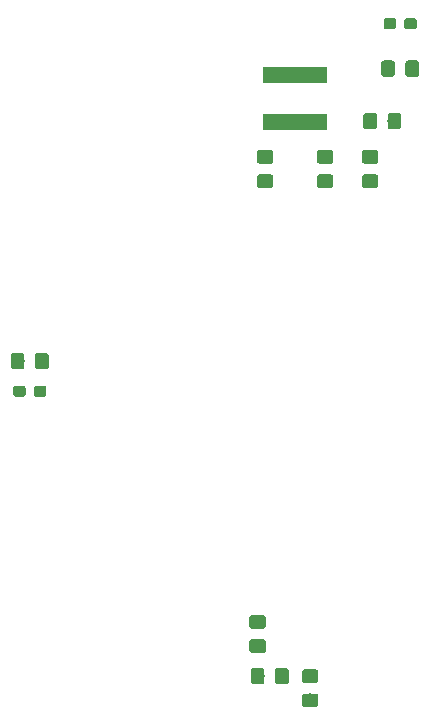
<source format=gbr>
G04 #@! TF.GenerationSoftware,KiCad,Pcbnew,(5.1.0-0)*
G04 #@! TF.CreationDate,2019-04-24T02:20:35-07:00*
G04 #@! TF.ProjectId,power board,706f7765-7220-4626-9f61-72642e6b6963,rev?*
G04 #@! TF.SameCoordinates,Original*
G04 #@! TF.FileFunction,Paste,Top*
G04 #@! TF.FilePolarity,Positive*
%FSLAX46Y46*%
G04 Gerber Fmt 4.6, Leading zero omitted, Abs format (unit mm)*
G04 Created by KiCad (PCBNEW (5.1.0-0)) date 2019-04-24 02:20:35*
%MOMM*%
%LPD*%
G04 APERTURE LIST*
%ADD10R,5.500000X1.430000*%
%ADD11C,0.100000*%
%ADD12C,1.150000*%
%ADD13C,0.950000*%
G04 APERTURE END LIST*
D10*
X57150000Y-51955000D03*
X57150000Y-55995000D03*
D11*
G36*
X67414505Y-50736204D02*
G01*
X67438773Y-50739804D01*
X67462572Y-50745765D01*
X67485671Y-50754030D01*
X67507850Y-50764520D01*
X67528893Y-50777132D01*
X67548599Y-50791747D01*
X67566777Y-50808223D01*
X67583253Y-50826401D01*
X67597868Y-50846107D01*
X67610480Y-50867150D01*
X67620970Y-50889329D01*
X67629235Y-50912428D01*
X67635196Y-50936227D01*
X67638796Y-50960495D01*
X67640000Y-50984999D01*
X67640000Y-51885001D01*
X67638796Y-51909505D01*
X67635196Y-51933773D01*
X67629235Y-51957572D01*
X67620970Y-51980671D01*
X67610480Y-52002850D01*
X67597868Y-52023893D01*
X67583253Y-52043599D01*
X67566777Y-52061777D01*
X67548599Y-52078253D01*
X67528893Y-52092868D01*
X67507850Y-52105480D01*
X67485671Y-52115970D01*
X67462572Y-52124235D01*
X67438773Y-52130196D01*
X67414505Y-52133796D01*
X67390001Y-52135000D01*
X66739999Y-52135000D01*
X66715495Y-52133796D01*
X66691227Y-52130196D01*
X66667428Y-52124235D01*
X66644329Y-52115970D01*
X66622150Y-52105480D01*
X66601107Y-52092868D01*
X66581401Y-52078253D01*
X66563223Y-52061777D01*
X66546747Y-52043599D01*
X66532132Y-52023893D01*
X66519520Y-52002850D01*
X66509030Y-51980671D01*
X66500765Y-51957572D01*
X66494804Y-51933773D01*
X66491204Y-51909505D01*
X66490000Y-51885001D01*
X66490000Y-50984999D01*
X66491204Y-50960495D01*
X66494804Y-50936227D01*
X66500765Y-50912428D01*
X66509030Y-50889329D01*
X66519520Y-50867150D01*
X66532132Y-50846107D01*
X66546747Y-50826401D01*
X66563223Y-50808223D01*
X66581401Y-50791747D01*
X66601107Y-50777132D01*
X66622150Y-50764520D01*
X66644329Y-50754030D01*
X66667428Y-50745765D01*
X66691227Y-50739804D01*
X66715495Y-50736204D01*
X66739999Y-50735000D01*
X67390001Y-50735000D01*
X67414505Y-50736204D01*
X67414505Y-50736204D01*
G37*
D12*
X67065000Y-51435000D03*
D11*
G36*
X65364505Y-50736204D02*
G01*
X65388773Y-50739804D01*
X65412572Y-50745765D01*
X65435671Y-50754030D01*
X65457850Y-50764520D01*
X65478893Y-50777132D01*
X65498599Y-50791747D01*
X65516777Y-50808223D01*
X65533253Y-50826401D01*
X65547868Y-50846107D01*
X65560480Y-50867150D01*
X65570970Y-50889329D01*
X65579235Y-50912428D01*
X65585196Y-50936227D01*
X65588796Y-50960495D01*
X65590000Y-50984999D01*
X65590000Y-51885001D01*
X65588796Y-51909505D01*
X65585196Y-51933773D01*
X65579235Y-51957572D01*
X65570970Y-51980671D01*
X65560480Y-52002850D01*
X65547868Y-52023893D01*
X65533253Y-52043599D01*
X65516777Y-52061777D01*
X65498599Y-52078253D01*
X65478893Y-52092868D01*
X65457850Y-52105480D01*
X65435671Y-52115970D01*
X65412572Y-52124235D01*
X65388773Y-52130196D01*
X65364505Y-52133796D01*
X65340001Y-52135000D01*
X64689999Y-52135000D01*
X64665495Y-52133796D01*
X64641227Y-52130196D01*
X64617428Y-52124235D01*
X64594329Y-52115970D01*
X64572150Y-52105480D01*
X64551107Y-52092868D01*
X64531401Y-52078253D01*
X64513223Y-52061777D01*
X64496747Y-52043599D01*
X64482132Y-52023893D01*
X64469520Y-52002850D01*
X64459030Y-51980671D01*
X64450765Y-51957572D01*
X64444804Y-51933773D01*
X64441204Y-51909505D01*
X64440000Y-51885001D01*
X64440000Y-50984999D01*
X64441204Y-50960495D01*
X64444804Y-50936227D01*
X64450765Y-50912428D01*
X64459030Y-50889329D01*
X64469520Y-50867150D01*
X64482132Y-50846107D01*
X64496747Y-50826401D01*
X64513223Y-50808223D01*
X64531401Y-50791747D01*
X64551107Y-50777132D01*
X64572150Y-50764520D01*
X64594329Y-50754030D01*
X64617428Y-50745765D01*
X64641227Y-50739804D01*
X64665495Y-50736204D01*
X64689999Y-50735000D01*
X65340001Y-50735000D01*
X65364505Y-50736204D01*
X65364505Y-50736204D01*
G37*
D12*
X65015000Y-51435000D03*
D11*
G36*
X65475779Y-47151144D02*
G01*
X65498834Y-47154563D01*
X65521443Y-47160227D01*
X65543387Y-47168079D01*
X65564457Y-47178044D01*
X65584448Y-47190026D01*
X65603168Y-47203910D01*
X65620438Y-47219562D01*
X65636090Y-47236832D01*
X65649974Y-47255552D01*
X65661956Y-47275543D01*
X65671921Y-47296613D01*
X65679773Y-47318557D01*
X65685437Y-47341166D01*
X65688856Y-47364221D01*
X65690000Y-47387500D01*
X65690000Y-47862500D01*
X65688856Y-47885779D01*
X65685437Y-47908834D01*
X65679773Y-47931443D01*
X65671921Y-47953387D01*
X65661956Y-47974457D01*
X65649974Y-47994448D01*
X65636090Y-48013168D01*
X65620438Y-48030438D01*
X65603168Y-48046090D01*
X65584448Y-48059974D01*
X65564457Y-48071956D01*
X65543387Y-48081921D01*
X65521443Y-48089773D01*
X65498834Y-48095437D01*
X65475779Y-48098856D01*
X65452500Y-48100000D01*
X64877500Y-48100000D01*
X64854221Y-48098856D01*
X64831166Y-48095437D01*
X64808557Y-48089773D01*
X64786613Y-48081921D01*
X64765543Y-48071956D01*
X64745552Y-48059974D01*
X64726832Y-48046090D01*
X64709562Y-48030438D01*
X64693910Y-48013168D01*
X64680026Y-47994448D01*
X64668044Y-47974457D01*
X64658079Y-47953387D01*
X64650227Y-47931443D01*
X64644563Y-47908834D01*
X64641144Y-47885779D01*
X64640000Y-47862500D01*
X64640000Y-47387500D01*
X64641144Y-47364221D01*
X64644563Y-47341166D01*
X64650227Y-47318557D01*
X64658079Y-47296613D01*
X64668044Y-47275543D01*
X64680026Y-47255552D01*
X64693910Y-47236832D01*
X64709562Y-47219562D01*
X64726832Y-47203910D01*
X64745552Y-47190026D01*
X64765543Y-47178044D01*
X64786613Y-47168079D01*
X64808557Y-47160227D01*
X64831166Y-47154563D01*
X64854221Y-47151144D01*
X64877500Y-47150000D01*
X65452500Y-47150000D01*
X65475779Y-47151144D01*
X65475779Y-47151144D01*
G37*
D13*
X65165000Y-47625000D03*
D11*
G36*
X67225779Y-47151144D02*
G01*
X67248834Y-47154563D01*
X67271443Y-47160227D01*
X67293387Y-47168079D01*
X67314457Y-47178044D01*
X67334448Y-47190026D01*
X67353168Y-47203910D01*
X67370438Y-47219562D01*
X67386090Y-47236832D01*
X67399974Y-47255552D01*
X67411956Y-47275543D01*
X67421921Y-47296613D01*
X67429773Y-47318557D01*
X67435437Y-47341166D01*
X67438856Y-47364221D01*
X67440000Y-47387500D01*
X67440000Y-47862500D01*
X67438856Y-47885779D01*
X67435437Y-47908834D01*
X67429773Y-47931443D01*
X67421921Y-47953387D01*
X67411956Y-47974457D01*
X67399974Y-47994448D01*
X67386090Y-48013168D01*
X67370438Y-48030438D01*
X67353168Y-48046090D01*
X67334448Y-48059974D01*
X67314457Y-48071956D01*
X67293387Y-48081921D01*
X67271443Y-48089773D01*
X67248834Y-48095437D01*
X67225779Y-48098856D01*
X67202500Y-48100000D01*
X66627500Y-48100000D01*
X66604221Y-48098856D01*
X66581166Y-48095437D01*
X66558557Y-48089773D01*
X66536613Y-48081921D01*
X66515543Y-48071956D01*
X66495552Y-48059974D01*
X66476832Y-48046090D01*
X66459562Y-48030438D01*
X66443910Y-48013168D01*
X66430026Y-47994448D01*
X66418044Y-47974457D01*
X66408079Y-47953387D01*
X66400227Y-47931443D01*
X66394563Y-47908834D01*
X66391144Y-47885779D01*
X66390000Y-47862500D01*
X66390000Y-47387500D01*
X66391144Y-47364221D01*
X66394563Y-47341166D01*
X66400227Y-47318557D01*
X66408079Y-47296613D01*
X66418044Y-47275543D01*
X66430026Y-47255552D01*
X66443910Y-47236832D01*
X66459562Y-47219562D01*
X66476832Y-47203910D01*
X66495552Y-47190026D01*
X66515543Y-47178044D01*
X66536613Y-47168079D01*
X66558557Y-47160227D01*
X66581166Y-47154563D01*
X66604221Y-47151144D01*
X66627500Y-47150000D01*
X67202500Y-47150000D01*
X67225779Y-47151144D01*
X67225779Y-47151144D01*
G37*
D13*
X66915000Y-47625000D03*
D11*
G36*
X63974505Y-60386204D02*
G01*
X63998773Y-60389804D01*
X64022572Y-60395765D01*
X64045671Y-60404030D01*
X64067850Y-60414520D01*
X64088893Y-60427132D01*
X64108599Y-60441747D01*
X64126777Y-60458223D01*
X64143253Y-60476401D01*
X64157868Y-60496107D01*
X64170480Y-60517150D01*
X64180970Y-60539329D01*
X64189235Y-60562428D01*
X64195196Y-60586227D01*
X64198796Y-60610495D01*
X64200000Y-60634999D01*
X64200000Y-61285001D01*
X64198796Y-61309505D01*
X64195196Y-61333773D01*
X64189235Y-61357572D01*
X64180970Y-61380671D01*
X64170480Y-61402850D01*
X64157868Y-61423893D01*
X64143253Y-61443599D01*
X64126777Y-61461777D01*
X64108599Y-61478253D01*
X64088893Y-61492868D01*
X64067850Y-61505480D01*
X64045671Y-61515970D01*
X64022572Y-61524235D01*
X63998773Y-61530196D01*
X63974505Y-61533796D01*
X63950001Y-61535000D01*
X63049999Y-61535000D01*
X63025495Y-61533796D01*
X63001227Y-61530196D01*
X62977428Y-61524235D01*
X62954329Y-61515970D01*
X62932150Y-61505480D01*
X62911107Y-61492868D01*
X62891401Y-61478253D01*
X62873223Y-61461777D01*
X62856747Y-61443599D01*
X62842132Y-61423893D01*
X62829520Y-61402850D01*
X62819030Y-61380671D01*
X62810765Y-61357572D01*
X62804804Y-61333773D01*
X62801204Y-61309505D01*
X62800000Y-61285001D01*
X62800000Y-60634999D01*
X62801204Y-60610495D01*
X62804804Y-60586227D01*
X62810765Y-60562428D01*
X62819030Y-60539329D01*
X62829520Y-60517150D01*
X62842132Y-60496107D01*
X62856747Y-60476401D01*
X62873223Y-60458223D01*
X62891401Y-60441747D01*
X62911107Y-60427132D01*
X62932150Y-60414520D01*
X62954329Y-60404030D01*
X62977428Y-60395765D01*
X63001227Y-60389804D01*
X63025495Y-60386204D01*
X63049999Y-60385000D01*
X63950001Y-60385000D01*
X63974505Y-60386204D01*
X63974505Y-60386204D01*
G37*
D12*
X63500000Y-60960000D03*
D11*
G36*
X63974505Y-58336204D02*
G01*
X63998773Y-58339804D01*
X64022572Y-58345765D01*
X64045671Y-58354030D01*
X64067850Y-58364520D01*
X64088893Y-58377132D01*
X64108599Y-58391747D01*
X64126777Y-58408223D01*
X64143253Y-58426401D01*
X64157868Y-58446107D01*
X64170480Y-58467150D01*
X64180970Y-58489329D01*
X64189235Y-58512428D01*
X64195196Y-58536227D01*
X64198796Y-58560495D01*
X64200000Y-58584999D01*
X64200000Y-59235001D01*
X64198796Y-59259505D01*
X64195196Y-59283773D01*
X64189235Y-59307572D01*
X64180970Y-59330671D01*
X64170480Y-59352850D01*
X64157868Y-59373893D01*
X64143253Y-59393599D01*
X64126777Y-59411777D01*
X64108599Y-59428253D01*
X64088893Y-59442868D01*
X64067850Y-59455480D01*
X64045671Y-59465970D01*
X64022572Y-59474235D01*
X63998773Y-59480196D01*
X63974505Y-59483796D01*
X63950001Y-59485000D01*
X63049999Y-59485000D01*
X63025495Y-59483796D01*
X63001227Y-59480196D01*
X62977428Y-59474235D01*
X62954329Y-59465970D01*
X62932150Y-59455480D01*
X62911107Y-59442868D01*
X62891401Y-59428253D01*
X62873223Y-59411777D01*
X62856747Y-59393599D01*
X62842132Y-59373893D01*
X62829520Y-59352850D01*
X62819030Y-59330671D01*
X62810765Y-59307572D01*
X62804804Y-59283773D01*
X62801204Y-59259505D01*
X62800000Y-59235001D01*
X62800000Y-58584999D01*
X62801204Y-58560495D01*
X62804804Y-58536227D01*
X62810765Y-58512428D01*
X62819030Y-58489329D01*
X62829520Y-58467150D01*
X62842132Y-58446107D01*
X62856747Y-58426401D01*
X62873223Y-58408223D01*
X62891401Y-58391747D01*
X62911107Y-58377132D01*
X62932150Y-58364520D01*
X62954329Y-58354030D01*
X62977428Y-58345765D01*
X63001227Y-58339804D01*
X63025495Y-58336204D01*
X63049999Y-58335000D01*
X63950001Y-58335000D01*
X63974505Y-58336204D01*
X63974505Y-58336204D01*
G37*
D12*
X63500000Y-58910000D03*
D11*
G36*
X65899505Y-55181204D02*
G01*
X65923773Y-55184804D01*
X65947572Y-55190765D01*
X65970671Y-55199030D01*
X65992850Y-55209520D01*
X66013893Y-55222132D01*
X66033599Y-55236747D01*
X66051777Y-55253223D01*
X66068253Y-55271401D01*
X66082868Y-55291107D01*
X66095480Y-55312150D01*
X66105970Y-55334329D01*
X66114235Y-55357428D01*
X66120196Y-55381227D01*
X66123796Y-55405495D01*
X66125000Y-55429999D01*
X66125000Y-56330001D01*
X66123796Y-56354505D01*
X66120196Y-56378773D01*
X66114235Y-56402572D01*
X66105970Y-56425671D01*
X66095480Y-56447850D01*
X66082868Y-56468893D01*
X66068253Y-56488599D01*
X66051777Y-56506777D01*
X66033599Y-56523253D01*
X66013893Y-56537868D01*
X65992850Y-56550480D01*
X65970671Y-56560970D01*
X65947572Y-56569235D01*
X65923773Y-56575196D01*
X65899505Y-56578796D01*
X65875001Y-56580000D01*
X65224999Y-56580000D01*
X65200495Y-56578796D01*
X65176227Y-56575196D01*
X65152428Y-56569235D01*
X65129329Y-56560970D01*
X65107150Y-56550480D01*
X65086107Y-56537868D01*
X65066401Y-56523253D01*
X65048223Y-56506777D01*
X65031747Y-56488599D01*
X65017132Y-56468893D01*
X65004520Y-56447850D01*
X64994030Y-56425671D01*
X64985765Y-56402572D01*
X64979804Y-56378773D01*
X64976204Y-56354505D01*
X64975000Y-56330001D01*
X64975000Y-55429999D01*
X64976204Y-55405495D01*
X64979804Y-55381227D01*
X64985765Y-55357428D01*
X64994030Y-55334329D01*
X65004520Y-55312150D01*
X65017132Y-55291107D01*
X65031747Y-55271401D01*
X65048223Y-55253223D01*
X65066401Y-55236747D01*
X65086107Y-55222132D01*
X65107150Y-55209520D01*
X65129329Y-55199030D01*
X65152428Y-55190765D01*
X65176227Y-55184804D01*
X65200495Y-55181204D01*
X65224999Y-55180000D01*
X65875001Y-55180000D01*
X65899505Y-55181204D01*
X65899505Y-55181204D01*
G37*
D12*
X65550000Y-55880000D03*
D11*
G36*
X63849505Y-55181204D02*
G01*
X63873773Y-55184804D01*
X63897572Y-55190765D01*
X63920671Y-55199030D01*
X63942850Y-55209520D01*
X63963893Y-55222132D01*
X63983599Y-55236747D01*
X64001777Y-55253223D01*
X64018253Y-55271401D01*
X64032868Y-55291107D01*
X64045480Y-55312150D01*
X64055970Y-55334329D01*
X64064235Y-55357428D01*
X64070196Y-55381227D01*
X64073796Y-55405495D01*
X64075000Y-55429999D01*
X64075000Y-56330001D01*
X64073796Y-56354505D01*
X64070196Y-56378773D01*
X64064235Y-56402572D01*
X64055970Y-56425671D01*
X64045480Y-56447850D01*
X64032868Y-56468893D01*
X64018253Y-56488599D01*
X64001777Y-56506777D01*
X63983599Y-56523253D01*
X63963893Y-56537868D01*
X63942850Y-56550480D01*
X63920671Y-56560970D01*
X63897572Y-56569235D01*
X63873773Y-56575196D01*
X63849505Y-56578796D01*
X63825001Y-56580000D01*
X63174999Y-56580000D01*
X63150495Y-56578796D01*
X63126227Y-56575196D01*
X63102428Y-56569235D01*
X63079329Y-56560970D01*
X63057150Y-56550480D01*
X63036107Y-56537868D01*
X63016401Y-56523253D01*
X62998223Y-56506777D01*
X62981747Y-56488599D01*
X62967132Y-56468893D01*
X62954520Y-56447850D01*
X62944030Y-56425671D01*
X62935765Y-56402572D01*
X62929804Y-56378773D01*
X62926204Y-56354505D01*
X62925000Y-56330001D01*
X62925000Y-55429999D01*
X62926204Y-55405495D01*
X62929804Y-55381227D01*
X62935765Y-55357428D01*
X62944030Y-55334329D01*
X62954520Y-55312150D01*
X62967132Y-55291107D01*
X62981747Y-55271401D01*
X62998223Y-55253223D01*
X63016401Y-55236747D01*
X63036107Y-55222132D01*
X63057150Y-55209520D01*
X63079329Y-55199030D01*
X63102428Y-55190765D01*
X63126227Y-55184804D01*
X63150495Y-55181204D01*
X63174999Y-55180000D01*
X63825001Y-55180000D01*
X63849505Y-55181204D01*
X63849505Y-55181204D01*
G37*
D12*
X63500000Y-55880000D03*
D11*
G36*
X35870779Y-78266144D02*
G01*
X35893834Y-78269563D01*
X35916443Y-78275227D01*
X35938387Y-78283079D01*
X35959457Y-78293044D01*
X35979448Y-78305026D01*
X35998168Y-78318910D01*
X36015438Y-78334562D01*
X36031090Y-78351832D01*
X36044974Y-78370552D01*
X36056956Y-78390543D01*
X36066921Y-78411613D01*
X36074773Y-78433557D01*
X36080437Y-78456166D01*
X36083856Y-78479221D01*
X36085000Y-78502500D01*
X36085000Y-78977500D01*
X36083856Y-79000779D01*
X36080437Y-79023834D01*
X36074773Y-79046443D01*
X36066921Y-79068387D01*
X36056956Y-79089457D01*
X36044974Y-79109448D01*
X36031090Y-79128168D01*
X36015438Y-79145438D01*
X35998168Y-79161090D01*
X35979448Y-79174974D01*
X35959457Y-79186956D01*
X35938387Y-79196921D01*
X35916443Y-79204773D01*
X35893834Y-79210437D01*
X35870779Y-79213856D01*
X35847500Y-79215000D01*
X35272500Y-79215000D01*
X35249221Y-79213856D01*
X35226166Y-79210437D01*
X35203557Y-79204773D01*
X35181613Y-79196921D01*
X35160543Y-79186956D01*
X35140552Y-79174974D01*
X35121832Y-79161090D01*
X35104562Y-79145438D01*
X35088910Y-79128168D01*
X35075026Y-79109448D01*
X35063044Y-79089457D01*
X35053079Y-79068387D01*
X35045227Y-79046443D01*
X35039563Y-79023834D01*
X35036144Y-79000779D01*
X35035000Y-78977500D01*
X35035000Y-78502500D01*
X35036144Y-78479221D01*
X35039563Y-78456166D01*
X35045227Y-78433557D01*
X35053079Y-78411613D01*
X35063044Y-78390543D01*
X35075026Y-78370552D01*
X35088910Y-78351832D01*
X35104562Y-78334562D01*
X35121832Y-78318910D01*
X35140552Y-78305026D01*
X35160543Y-78293044D01*
X35181613Y-78283079D01*
X35203557Y-78275227D01*
X35226166Y-78269563D01*
X35249221Y-78266144D01*
X35272500Y-78265000D01*
X35847500Y-78265000D01*
X35870779Y-78266144D01*
X35870779Y-78266144D01*
G37*
D13*
X35560000Y-78740000D03*
D11*
G36*
X34120779Y-78266144D02*
G01*
X34143834Y-78269563D01*
X34166443Y-78275227D01*
X34188387Y-78283079D01*
X34209457Y-78293044D01*
X34229448Y-78305026D01*
X34248168Y-78318910D01*
X34265438Y-78334562D01*
X34281090Y-78351832D01*
X34294974Y-78370552D01*
X34306956Y-78390543D01*
X34316921Y-78411613D01*
X34324773Y-78433557D01*
X34330437Y-78456166D01*
X34333856Y-78479221D01*
X34335000Y-78502500D01*
X34335000Y-78977500D01*
X34333856Y-79000779D01*
X34330437Y-79023834D01*
X34324773Y-79046443D01*
X34316921Y-79068387D01*
X34306956Y-79089457D01*
X34294974Y-79109448D01*
X34281090Y-79128168D01*
X34265438Y-79145438D01*
X34248168Y-79161090D01*
X34229448Y-79174974D01*
X34209457Y-79186956D01*
X34188387Y-79196921D01*
X34166443Y-79204773D01*
X34143834Y-79210437D01*
X34120779Y-79213856D01*
X34097500Y-79215000D01*
X33522500Y-79215000D01*
X33499221Y-79213856D01*
X33476166Y-79210437D01*
X33453557Y-79204773D01*
X33431613Y-79196921D01*
X33410543Y-79186956D01*
X33390552Y-79174974D01*
X33371832Y-79161090D01*
X33354562Y-79145438D01*
X33338910Y-79128168D01*
X33325026Y-79109448D01*
X33313044Y-79089457D01*
X33303079Y-79068387D01*
X33295227Y-79046443D01*
X33289563Y-79023834D01*
X33286144Y-79000779D01*
X33285000Y-78977500D01*
X33285000Y-78502500D01*
X33286144Y-78479221D01*
X33289563Y-78456166D01*
X33295227Y-78433557D01*
X33303079Y-78411613D01*
X33313044Y-78390543D01*
X33325026Y-78370552D01*
X33338910Y-78351832D01*
X33354562Y-78334562D01*
X33371832Y-78318910D01*
X33390552Y-78305026D01*
X33410543Y-78293044D01*
X33431613Y-78283079D01*
X33453557Y-78275227D01*
X33476166Y-78269563D01*
X33499221Y-78266144D01*
X33522500Y-78265000D01*
X34097500Y-78265000D01*
X34120779Y-78266144D01*
X34120779Y-78266144D01*
G37*
D13*
X33810000Y-78740000D03*
D11*
G36*
X36054505Y-75501204D02*
G01*
X36078773Y-75504804D01*
X36102572Y-75510765D01*
X36125671Y-75519030D01*
X36147850Y-75529520D01*
X36168893Y-75542132D01*
X36188599Y-75556747D01*
X36206777Y-75573223D01*
X36223253Y-75591401D01*
X36237868Y-75611107D01*
X36250480Y-75632150D01*
X36260970Y-75654329D01*
X36269235Y-75677428D01*
X36275196Y-75701227D01*
X36278796Y-75725495D01*
X36280000Y-75749999D01*
X36280000Y-76650001D01*
X36278796Y-76674505D01*
X36275196Y-76698773D01*
X36269235Y-76722572D01*
X36260970Y-76745671D01*
X36250480Y-76767850D01*
X36237868Y-76788893D01*
X36223253Y-76808599D01*
X36206777Y-76826777D01*
X36188599Y-76843253D01*
X36168893Y-76857868D01*
X36147850Y-76870480D01*
X36125671Y-76880970D01*
X36102572Y-76889235D01*
X36078773Y-76895196D01*
X36054505Y-76898796D01*
X36030001Y-76900000D01*
X35379999Y-76900000D01*
X35355495Y-76898796D01*
X35331227Y-76895196D01*
X35307428Y-76889235D01*
X35284329Y-76880970D01*
X35262150Y-76870480D01*
X35241107Y-76857868D01*
X35221401Y-76843253D01*
X35203223Y-76826777D01*
X35186747Y-76808599D01*
X35172132Y-76788893D01*
X35159520Y-76767850D01*
X35149030Y-76745671D01*
X35140765Y-76722572D01*
X35134804Y-76698773D01*
X35131204Y-76674505D01*
X35130000Y-76650001D01*
X35130000Y-75749999D01*
X35131204Y-75725495D01*
X35134804Y-75701227D01*
X35140765Y-75677428D01*
X35149030Y-75654329D01*
X35159520Y-75632150D01*
X35172132Y-75611107D01*
X35186747Y-75591401D01*
X35203223Y-75573223D01*
X35221401Y-75556747D01*
X35241107Y-75542132D01*
X35262150Y-75529520D01*
X35284329Y-75519030D01*
X35307428Y-75510765D01*
X35331227Y-75504804D01*
X35355495Y-75501204D01*
X35379999Y-75500000D01*
X36030001Y-75500000D01*
X36054505Y-75501204D01*
X36054505Y-75501204D01*
G37*
D12*
X35705000Y-76200000D03*
D11*
G36*
X34004505Y-75501204D02*
G01*
X34028773Y-75504804D01*
X34052572Y-75510765D01*
X34075671Y-75519030D01*
X34097850Y-75529520D01*
X34118893Y-75542132D01*
X34138599Y-75556747D01*
X34156777Y-75573223D01*
X34173253Y-75591401D01*
X34187868Y-75611107D01*
X34200480Y-75632150D01*
X34210970Y-75654329D01*
X34219235Y-75677428D01*
X34225196Y-75701227D01*
X34228796Y-75725495D01*
X34230000Y-75749999D01*
X34230000Y-76650001D01*
X34228796Y-76674505D01*
X34225196Y-76698773D01*
X34219235Y-76722572D01*
X34210970Y-76745671D01*
X34200480Y-76767850D01*
X34187868Y-76788893D01*
X34173253Y-76808599D01*
X34156777Y-76826777D01*
X34138599Y-76843253D01*
X34118893Y-76857868D01*
X34097850Y-76870480D01*
X34075671Y-76880970D01*
X34052572Y-76889235D01*
X34028773Y-76895196D01*
X34004505Y-76898796D01*
X33980001Y-76900000D01*
X33329999Y-76900000D01*
X33305495Y-76898796D01*
X33281227Y-76895196D01*
X33257428Y-76889235D01*
X33234329Y-76880970D01*
X33212150Y-76870480D01*
X33191107Y-76857868D01*
X33171401Y-76843253D01*
X33153223Y-76826777D01*
X33136747Y-76808599D01*
X33122132Y-76788893D01*
X33109520Y-76767850D01*
X33099030Y-76745671D01*
X33090765Y-76722572D01*
X33084804Y-76698773D01*
X33081204Y-76674505D01*
X33080000Y-76650001D01*
X33080000Y-75749999D01*
X33081204Y-75725495D01*
X33084804Y-75701227D01*
X33090765Y-75677428D01*
X33099030Y-75654329D01*
X33109520Y-75632150D01*
X33122132Y-75611107D01*
X33136747Y-75591401D01*
X33153223Y-75573223D01*
X33171401Y-75556747D01*
X33191107Y-75542132D01*
X33212150Y-75529520D01*
X33234329Y-75519030D01*
X33257428Y-75510765D01*
X33281227Y-75504804D01*
X33305495Y-75501204D01*
X33329999Y-75500000D01*
X33980001Y-75500000D01*
X34004505Y-75501204D01*
X34004505Y-75501204D01*
G37*
D12*
X33655000Y-76200000D03*
D11*
G36*
X60164505Y-58336204D02*
G01*
X60188773Y-58339804D01*
X60212572Y-58345765D01*
X60235671Y-58354030D01*
X60257850Y-58364520D01*
X60278893Y-58377132D01*
X60298599Y-58391747D01*
X60316777Y-58408223D01*
X60333253Y-58426401D01*
X60347868Y-58446107D01*
X60360480Y-58467150D01*
X60370970Y-58489329D01*
X60379235Y-58512428D01*
X60385196Y-58536227D01*
X60388796Y-58560495D01*
X60390000Y-58584999D01*
X60390000Y-59235001D01*
X60388796Y-59259505D01*
X60385196Y-59283773D01*
X60379235Y-59307572D01*
X60370970Y-59330671D01*
X60360480Y-59352850D01*
X60347868Y-59373893D01*
X60333253Y-59393599D01*
X60316777Y-59411777D01*
X60298599Y-59428253D01*
X60278893Y-59442868D01*
X60257850Y-59455480D01*
X60235671Y-59465970D01*
X60212572Y-59474235D01*
X60188773Y-59480196D01*
X60164505Y-59483796D01*
X60140001Y-59485000D01*
X59239999Y-59485000D01*
X59215495Y-59483796D01*
X59191227Y-59480196D01*
X59167428Y-59474235D01*
X59144329Y-59465970D01*
X59122150Y-59455480D01*
X59101107Y-59442868D01*
X59081401Y-59428253D01*
X59063223Y-59411777D01*
X59046747Y-59393599D01*
X59032132Y-59373893D01*
X59019520Y-59352850D01*
X59009030Y-59330671D01*
X59000765Y-59307572D01*
X58994804Y-59283773D01*
X58991204Y-59259505D01*
X58990000Y-59235001D01*
X58990000Y-58584999D01*
X58991204Y-58560495D01*
X58994804Y-58536227D01*
X59000765Y-58512428D01*
X59009030Y-58489329D01*
X59019520Y-58467150D01*
X59032132Y-58446107D01*
X59046747Y-58426401D01*
X59063223Y-58408223D01*
X59081401Y-58391747D01*
X59101107Y-58377132D01*
X59122150Y-58364520D01*
X59144329Y-58354030D01*
X59167428Y-58345765D01*
X59191227Y-58339804D01*
X59215495Y-58336204D01*
X59239999Y-58335000D01*
X60140001Y-58335000D01*
X60164505Y-58336204D01*
X60164505Y-58336204D01*
G37*
D12*
X59690000Y-58910000D03*
D11*
G36*
X60164505Y-60386204D02*
G01*
X60188773Y-60389804D01*
X60212572Y-60395765D01*
X60235671Y-60404030D01*
X60257850Y-60414520D01*
X60278893Y-60427132D01*
X60298599Y-60441747D01*
X60316777Y-60458223D01*
X60333253Y-60476401D01*
X60347868Y-60496107D01*
X60360480Y-60517150D01*
X60370970Y-60539329D01*
X60379235Y-60562428D01*
X60385196Y-60586227D01*
X60388796Y-60610495D01*
X60390000Y-60634999D01*
X60390000Y-61285001D01*
X60388796Y-61309505D01*
X60385196Y-61333773D01*
X60379235Y-61357572D01*
X60370970Y-61380671D01*
X60360480Y-61402850D01*
X60347868Y-61423893D01*
X60333253Y-61443599D01*
X60316777Y-61461777D01*
X60298599Y-61478253D01*
X60278893Y-61492868D01*
X60257850Y-61505480D01*
X60235671Y-61515970D01*
X60212572Y-61524235D01*
X60188773Y-61530196D01*
X60164505Y-61533796D01*
X60140001Y-61535000D01*
X59239999Y-61535000D01*
X59215495Y-61533796D01*
X59191227Y-61530196D01*
X59167428Y-61524235D01*
X59144329Y-61515970D01*
X59122150Y-61505480D01*
X59101107Y-61492868D01*
X59081401Y-61478253D01*
X59063223Y-61461777D01*
X59046747Y-61443599D01*
X59032132Y-61423893D01*
X59019520Y-61402850D01*
X59009030Y-61380671D01*
X59000765Y-61357572D01*
X58994804Y-61333773D01*
X58991204Y-61309505D01*
X58990000Y-61285001D01*
X58990000Y-60634999D01*
X58991204Y-60610495D01*
X58994804Y-60586227D01*
X59000765Y-60562428D01*
X59009030Y-60539329D01*
X59019520Y-60517150D01*
X59032132Y-60496107D01*
X59046747Y-60476401D01*
X59063223Y-60458223D01*
X59081401Y-60441747D01*
X59101107Y-60427132D01*
X59122150Y-60414520D01*
X59144329Y-60404030D01*
X59167428Y-60395765D01*
X59191227Y-60389804D01*
X59215495Y-60386204D01*
X59239999Y-60385000D01*
X60140001Y-60385000D01*
X60164505Y-60386204D01*
X60164505Y-60386204D01*
G37*
D12*
X59690000Y-60960000D03*
D11*
G36*
X58894505Y-104346204D02*
G01*
X58918773Y-104349804D01*
X58942572Y-104355765D01*
X58965671Y-104364030D01*
X58987850Y-104374520D01*
X59008893Y-104387132D01*
X59028599Y-104401747D01*
X59046777Y-104418223D01*
X59063253Y-104436401D01*
X59077868Y-104456107D01*
X59090480Y-104477150D01*
X59100970Y-104499329D01*
X59109235Y-104522428D01*
X59115196Y-104546227D01*
X59118796Y-104570495D01*
X59120000Y-104594999D01*
X59120000Y-105245001D01*
X59118796Y-105269505D01*
X59115196Y-105293773D01*
X59109235Y-105317572D01*
X59100970Y-105340671D01*
X59090480Y-105362850D01*
X59077868Y-105383893D01*
X59063253Y-105403599D01*
X59046777Y-105421777D01*
X59028599Y-105438253D01*
X59008893Y-105452868D01*
X58987850Y-105465480D01*
X58965671Y-105475970D01*
X58942572Y-105484235D01*
X58918773Y-105490196D01*
X58894505Y-105493796D01*
X58870001Y-105495000D01*
X57969999Y-105495000D01*
X57945495Y-105493796D01*
X57921227Y-105490196D01*
X57897428Y-105484235D01*
X57874329Y-105475970D01*
X57852150Y-105465480D01*
X57831107Y-105452868D01*
X57811401Y-105438253D01*
X57793223Y-105421777D01*
X57776747Y-105403599D01*
X57762132Y-105383893D01*
X57749520Y-105362850D01*
X57739030Y-105340671D01*
X57730765Y-105317572D01*
X57724804Y-105293773D01*
X57721204Y-105269505D01*
X57720000Y-105245001D01*
X57720000Y-104594999D01*
X57721204Y-104570495D01*
X57724804Y-104546227D01*
X57730765Y-104522428D01*
X57739030Y-104499329D01*
X57749520Y-104477150D01*
X57762132Y-104456107D01*
X57776747Y-104436401D01*
X57793223Y-104418223D01*
X57811401Y-104401747D01*
X57831107Y-104387132D01*
X57852150Y-104374520D01*
X57874329Y-104364030D01*
X57897428Y-104355765D01*
X57921227Y-104349804D01*
X57945495Y-104346204D01*
X57969999Y-104345000D01*
X58870001Y-104345000D01*
X58894505Y-104346204D01*
X58894505Y-104346204D01*
G37*
D12*
X58420000Y-104920000D03*
D11*
G36*
X58894505Y-102296204D02*
G01*
X58918773Y-102299804D01*
X58942572Y-102305765D01*
X58965671Y-102314030D01*
X58987850Y-102324520D01*
X59008893Y-102337132D01*
X59028599Y-102351747D01*
X59046777Y-102368223D01*
X59063253Y-102386401D01*
X59077868Y-102406107D01*
X59090480Y-102427150D01*
X59100970Y-102449329D01*
X59109235Y-102472428D01*
X59115196Y-102496227D01*
X59118796Y-102520495D01*
X59120000Y-102544999D01*
X59120000Y-103195001D01*
X59118796Y-103219505D01*
X59115196Y-103243773D01*
X59109235Y-103267572D01*
X59100970Y-103290671D01*
X59090480Y-103312850D01*
X59077868Y-103333893D01*
X59063253Y-103353599D01*
X59046777Y-103371777D01*
X59028599Y-103388253D01*
X59008893Y-103402868D01*
X58987850Y-103415480D01*
X58965671Y-103425970D01*
X58942572Y-103434235D01*
X58918773Y-103440196D01*
X58894505Y-103443796D01*
X58870001Y-103445000D01*
X57969999Y-103445000D01*
X57945495Y-103443796D01*
X57921227Y-103440196D01*
X57897428Y-103434235D01*
X57874329Y-103425970D01*
X57852150Y-103415480D01*
X57831107Y-103402868D01*
X57811401Y-103388253D01*
X57793223Y-103371777D01*
X57776747Y-103353599D01*
X57762132Y-103333893D01*
X57749520Y-103312850D01*
X57739030Y-103290671D01*
X57730765Y-103267572D01*
X57724804Y-103243773D01*
X57721204Y-103219505D01*
X57720000Y-103195001D01*
X57720000Y-102544999D01*
X57721204Y-102520495D01*
X57724804Y-102496227D01*
X57730765Y-102472428D01*
X57739030Y-102449329D01*
X57749520Y-102427150D01*
X57762132Y-102406107D01*
X57776747Y-102386401D01*
X57793223Y-102368223D01*
X57811401Y-102351747D01*
X57831107Y-102337132D01*
X57852150Y-102324520D01*
X57874329Y-102314030D01*
X57897428Y-102305765D01*
X57921227Y-102299804D01*
X57945495Y-102296204D01*
X57969999Y-102295000D01*
X58870001Y-102295000D01*
X58894505Y-102296204D01*
X58894505Y-102296204D01*
G37*
D12*
X58420000Y-102870000D03*
D11*
G36*
X54449505Y-97706204D02*
G01*
X54473773Y-97709804D01*
X54497572Y-97715765D01*
X54520671Y-97724030D01*
X54542850Y-97734520D01*
X54563893Y-97747132D01*
X54583599Y-97761747D01*
X54601777Y-97778223D01*
X54618253Y-97796401D01*
X54632868Y-97816107D01*
X54645480Y-97837150D01*
X54655970Y-97859329D01*
X54664235Y-97882428D01*
X54670196Y-97906227D01*
X54673796Y-97930495D01*
X54675000Y-97954999D01*
X54675000Y-98605001D01*
X54673796Y-98629505D01*
X54670196Y-98653773D01*
X54664235Y-98677572D01*
X54655970Y-98700671D01*
X54645480Y-98722850D01*
X54632868Y-98743893D01*
X54618253Y-98763599D01*
X54601777Y-98781777D01*
X54583599Y-98798253D01*
X54563893Y-98812868D01*
X54542850Y-98825480D01*
X54520671Y-98835970D01*
X54497572Y-98844235D01*
X54473773Y-98850196D01*
X54449505Y-98853796D01*
X54425001Y-98855000D01*
X53524999Y-98855000D01*
X53500495Y-98853796D01*
X53476227Y-98850196D01*
X53452428Y-98844235D01*
X53429329Y-98835970D01*
X53407150Y-98825480D01*
X53386107Y-98812868D01*
X53366401Y-98798253D01*
X53348223Y-98781777D01*
X53331747Y-98763599D01*
X53317132Y-98743893D01*
X53304520Y-98722850D01*
X53294030Y-98700671D01*
X53285765Y-98677572D01*
X53279804Y-98653773D01*
X53276204Y-98629505D01*
X53275000Y-98605001D01*
X53275000Y-97954999D01*
X53276204Y-97930495D01*
X53279804Y-97906227D01*
X53285765Y-97882428D01*
X53294030Y-97859329D01*
X53304520Y-97837150D01*
X53317132Y-97816107D01*
X53331747Y-97796401D01*
X53348223Y-97778223D01*
X53366401Y-97761747D01*
X53386107Y-97747132D01*
X53407150Y-97734520D01*
X53429329Y-97724030D01*
X53452428Y-97715765D01*
X53476227Y-97709804D01*
X53500495Y-97706204D01*
X53524999Y-97705000D01*
X54425001Y-97705000D01*
X54449505Y-97706204D01*
X54449505Y-97706204D01*
G37*
D12*
X53975000Y-98280000D03*
D11*
G36*
X54449505Y-99756204D02*
G01*
X54473773Y-99759804D01*
X54497572Y-99765765D01*
X54520671Y-99774030D01*
X54542850Y-99784520D01*
X54563893Y-99797132D01*
X54583599Y-99811747D01*
X54601777Y-99828223D01*
X54618253Y-99846401D01*
X54632868Y-99866107D01*
X54645480Y-99887150D01*
X54655970Y-99909329D01*
X54664235Y-99932428D01*
X54670196Y-99956227D01*
X54673796Y-99980495D01*
X54675000Y-100004999D01*
X54675000Y-100655001D01*
X54673796Y-100679505D01*
X54670196Y-100703773D01*
X54664235Y-100727572D01*
X54655970Y-100750671D01*
X54645480Y-100772850D01*
X54632868Y-100793893D01*
X54618253Y-100813599D01*
X54601777Y-100831777D01*
X54583599Y-100848253D01*
X54563893Y-100862868D01*
X54542850Y-100875480D01*
X54520671Y-100885970D01*
X54497572Y-100894235D01*
X54473773Y-100900196D01*
X54449505Y-100903796D01*
X54425001Y-100905000D01*
X53524999Y-100905000D01*
X53500495Y-100903796D01*
X53476227Y-100900196D01*
X53452428Y-100894235D01*
X53429329Y-100885970D01*
X53407150Y-100875480D01*
X53386107Y-100862868D01*
X53366401Y-100848253D01*
X53348223Y-100831777D01*
X53331747Y-100813599D01*
X53317132Y-100793893D01*
X53304520Y-100772850D01*
X53294030Y-100750671D01*
X53285765Y-100727572D01*
X53279804Y-100703773D01*
X53276204Y-100679505D01*
X53275000Y-100655001D01*
X53275000Y-100004999D01*
X53276204Y-99980495D01*
X53279804Y-99956227D01*
X53285765Y-99932428D01*
X53294030Y-99909329D01*
X53304520Y-99887150D01*
X53317132Y-99866107D01*
X53331747Y-99846401D01*
X53348223Y-99828223D01*
X53366401Y-99811747D01*
X53386107Y-99797132D01*
X53407150Y-99784520D01*
X53429329Y-99774030D01*
X53452428Y-99765765D01*
X53476227Y-99759804D01*
X53500495Y-99756204D01*
X53524999Y-99755000D01*
X54425001Y-99755000D01*
X54449505Y-99756204D01*
X54449505Y-99756204D01*
G37*
D12*
X53975000Y-100330000D03*
D11*
G36*
X55084505Y-58336204D02*
G01*
X55108773Y-58339804D01*
X55132572Y-58345765D01*
X55155671Y-58354030D01*
X55177850Y-58364520D01*
X55198893Y-58377132D01*
X55218599Y-58391747D01*
X55236777Y-58408223D01*
X55253253Y-58426401D01*
X55267868Y-58446107D01*
X55280480Y-58467150D01*
X55290970Y-58489329D01*
X55299235Y-58512428D01*
X55305196Y-58536227D01*
X55308796Y-58560495D01*
X55310000Y-58584999D01*
X55310000Y-59235001D01*
X55308796Y-59259505D01*
X55305196Y-59283773D01*
X55299235Y-59307572D01*
X55290970Y-59330671D01*
X55280480Y-59352850D01*
X55267868Y-59373893D01*
X55253253Y-59393599D01*
X55236777Y-59411777D01*
X55218599Y-59428253D01*
X55198893Y-59442868D01*
X55177850Y-59455480D01*
X55155671Y-59465970D01*
X55132572Y-59474235D01*
X55108773Y-59480196D01*
X55084505Y-59483796D01*
X55060001Y-59485000D01*
X54159999Y-59485000D01*
X54135495Y-59483796D01*
X54111227Y-59480196D01*
X54087428Y-59474235D01*
X54064329Y-59465970D01*
X54042150Y-59455480D01*
X54021107Y-59442868D01*
X54001401Y-59428253D01*
X53983223Y-59411777D01*
X53966747Y-59393599D01*
X53952132Y-59373893D01*
X53939520Y-59352850D01*
X53929030Y-59330671D01*
X53920765Y-59307572D01*
X53914804Y-59283773D01*
X53911204Y-59259505D01*
X53910000Y-59235001D01*
X53910000Y-58584999D01*
X53911204Y-58560495D01*
X53914804Y-58536227D01*
X53920765Y-58512428D01*
X53929030Y-58489329D01*
X53939520Y-58467150D01*
X53952132Y-58446107D01*
X53966747Y-58426401D01*
X53983223Y-58408223D01*
X54001401Y-58391747D01*
X54021107Y-58377132D01*
X54042150Y-58364520D01*
X54064329Y-58354030D01*
X54087428Y-58345765D01*
X54111227Y-58339804D01*
X54135495Y-58336204D01*
X54159999Y-58335000D01*
X55060001Y-58335000D01*
X55084505Y-58336204D01*
X55084505Y-58336204D01*
G37*
D12*
X54610000Y-58910000D03*
D11*
G36*
X55084505Y-60386204D02*
G01*
X55108773Y-60389804D01*
X55132572Y-60395765D01*
X55155671Y-60404030D01*
X55177850Y-60414520D01*
X55198893Y-60427132D01*
X55218599Y-60441747D01*
X55236777Y-60458223D01*
X55253253Y-60476401D01*
X55267868Y-60496107D01*
X55280480Y-60517150D01*
X55290970Y-60539329D01*
X55299235Y-60562428D01*
X55305196Y-60586227D01*
X55308796Y-60610495D01*
X55310000Y-60634999D01*
X55310000Y-61285001D01*
X55308796Y-61309505D01*
X55305196Y-61333773D01*
X55299235Y-61357572D01*
X55290970Y-61380671D01*
X55280480Y-61402850D01*
X55267868Y-61423893D01*
X55253253Y-61443599D01*
X55236777Y-61461777D01*
X55218599Y-61478253D01*
X55198893Y-61492868D01*
X55177850Y-61505480D01*
X55155671Y-61515970D01*
X55132572Y-61524235D01*
X55108773Y-61530196D01*
X55084505Y-61533796D01*
X55060001Y-61535000D01*
X54159999Y-61535000D01*
X54135495Y-61533796D01*
X54111227Y-61530196D01*
X54087428Y-61524235D01*
X54064329Y-61515970D01*
X54042150Y-61505480D01*
X54021107Y-61492868D01*
X54001401Y-61478253D01*
X53983223Y-61461777D01*
X53966747Y-61443599D01*
X53952132Y-61423893D01*
X53939520Y-61402850D01*
X53929030Y-61380671D01*
X53920765Y-61357572D01*
X53914804Y-61333773D01*
X53911204Y-61309505D01*
X53910000Y-61285001D01*
X53910000Y-60634999D01*
X53911204Y-60610495D01*
X53914804Y-60586227D01*
X53920765Y-60562428D01*
X53929030Y-60539329D01*
X53939520Y-60517150D01*
X53952132Y-60496107D01*
X53966747Y-60476401D01*
X53983223Y-60458223D01*
X54001401Y-60441747D01*
X54021107Y-60427132D01*
X54042150Y-60414520D01*
X54064329Y-60404030D01*
X54087428Y-60395765D01*
X54111227Y-60389804D01*
X54135495Y-60386204D01*
X54159999Y-60385000D01*
X55060001Y-60385000D01*
X55084505Y-60386204D01*
X55084505Y-60386204D01*
G37*
D12*
X54610000Y-60960000D03*
D11*
G36*
X54324505Y-102171204D02*
G01*
X54348773Y-102174804D01*
X54372572Y-102180765D01*
X54395671Y-102189030D01*
X54417850Y-102199520D01*
X54438893Y-102212132D01*
X54458599Y-102226747D01*
X54476777Y-102243223D01*
X54493253Y-102261401D01*
X54507868Y-102281107D01*
X54520480Y-102302150D01*
X54530970Y-102324329D01*
X54539235Y-102347428D01*
X54545196Y-102371227D01*
X54548796Y-102395495D01*
X54550000Y-102419999D01*
X54550000Y-103320001D01*
X54548796Y-103344505D01*
X54545196Y-103368773D01*
X54539235Y-103392572D01*
X54530970Y-103415671D01*
X54520480Y-103437850D01*
X54507868Y-103458893D01*
X54493253Y-103478599D01*
X54476777Y-103496777D01*
X54458599Y-103513253D01*
X54438893Y-103527868D01*
X54417850Y-103540480D01*
X54395671Y-103550970D01*
X54372572Y-103559235D01*
X54348773Y-103565196D01*
X54324505Y-103568796D01*
X54300001Y-103570000D01*
X53649999Y-103570000D01*
X53625495Y-103568796D01*
X53601227Y-103565196D01*
X53577428Y-103559235D01*
X53554329Y-103550970D01*
X53532150Y-103540480D01*
X53511107Y-103527868D01*
X53491401Y-103513253D01*
X53473223Y-103496777D01*
X53456747Y-103478599D01*
X53442132Y-103458893D01*
X53429520Y-103437850D01*
X53419030Y-103415671D01*
X53410765Y-103392572D01*
X53404804Y-103368773D01*
X53401204Y-103344505D01*
X53400000Y-103320001D01*
X53400000Y-102419999D01*
X53401204Y-102395495D01*
X53404804Y-102371227D01*
X53410765Y-102347428D01*
X53419030Y-102324329D01*
X53429520Y-102302150D01*
X53442132Y-102281107D01*
X53456747Y-102261401D01*
X53473223Y-102243223D01*
X53491401Y-102226747D01*
X53511107Y-102212132D01*
X53532150Y-102199520D01*
X53554329Y-102189030D01*
X53577428Y-102180765D01*
X53601227Y-102174804D01*
X53625495Y-102171204D01*
X53649999Y-102170000D01*
X54300001Y-102170000D01*
X54324505Y-102171204D01*
X54324505Y-102171204D01*
G37*
D12*
X53975000Y-102870000D03*
D11*
G36*
X56374505Y-102171204D02*
G01*
X56398773Y-102174804D01*
X56422572Y-102180765D01*
X56445671Y-102189030D01*
X56467850Y-102199520D01*
X56488893Y-102212132D01*
X56508599Y-102226747D01*
X56526777Y-102243223D01*
X56543253Y-102261401D01*
X56557868Y-102281107D01*
X56570480Y-102302150D01*
X56580970Y-102324329D01*
X56589235Y-102347428D01*
X56595196Y-102371227D01*
X56598796Y-102395495D01*
X56600000Y-102419999D01*
X56600000Y-103320001D01*
X56598796Y-103344505D01*
X56595196Y-103368773D01*
X56589235Y-103392572D01*
X56580970Y-103415671D01*
X56570480Y-103437850D01*
X56557868Y-103458893D01*
X56543253Y-103478599D01*
X56526777Y-103496777D01*
X56508599Y-103513253D01*
X56488893Y-103527868D01*
X56467850Y-103540480D01*
X56445671Y-103550970D01*
X56422572Y-103559235D01*
X56398773Y-103565196D01*
X56374505Y-103568796D01*
X56350001Y-103570000D01*
X55699999Y-103570000D01*
X55675495Y-103568796D01*
X55651227Y-103565196D01*
X55627428Y-103559235D01*
X55604329Y-103550970D01*
X55582150Y-103540480D01*
X55561107Y-103527868D01*
X55541401Y-103513253D01*
X55523223Y-103496777D01*
X55506747Y-103478599D01*
X55492132Y-103458893D01*
X55479520Y-103437850D01*
X55469030Y-103415671D01*
X55460765Y-103392572D01*
X55454804Y-103368773D01*
X55451204Y-103344505D01*
X55450000Y-103320001D01*
X55450000Y-102419999D01*
X55451204Y-102395495D01*
X55454804Y-102371227D01*
X55460765Y-102347428D01*
X55469030Y-102324329D01*
X55479520Y-102302150D01*
X55492132Y-102281107D01*
X55506747Y-102261401D01*
X55523223Y-102243223D01*
X55541401Y-102226747D01*
X55561107Y-102212132D01*
X55582150Y-102199520D01*
X55604329Y-102189030D01*
X55627428Y-102180765D01*
X55651227Y-102174804D01*
X55675495Y-102171204D01*
X55699999Y-102170000D01*
X56350001Y-102170000D01*
X56374505Y-102171204D01*
X56374505Y-102171204D01*
G37*
D12*
X56025000Y-102870000D03*
M02*

</source>
